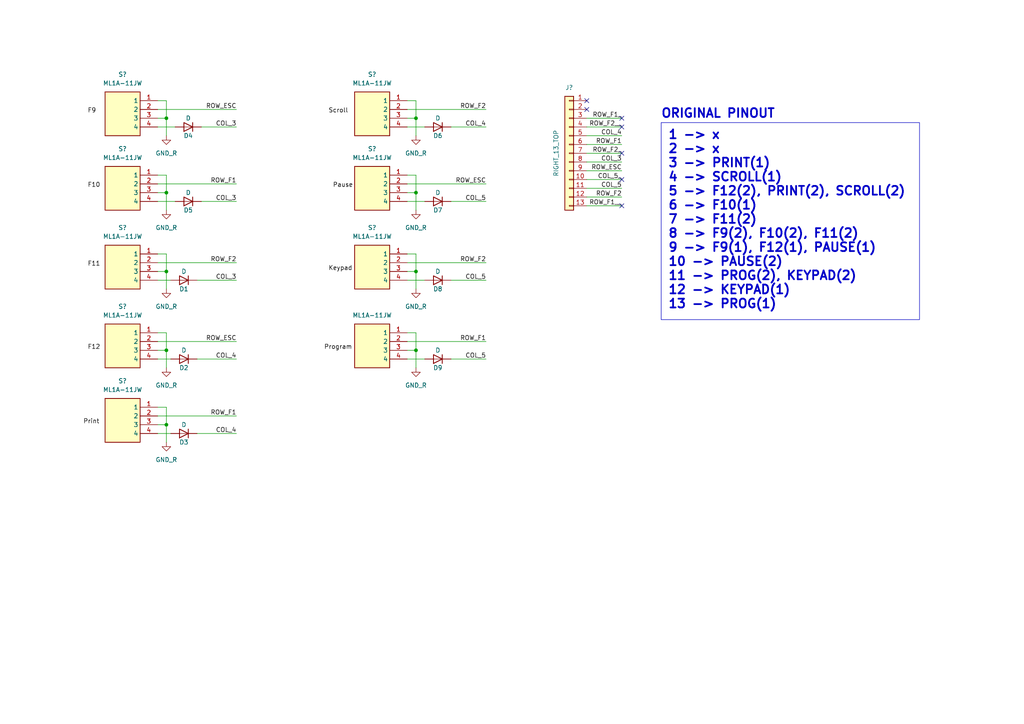
<source format=kicad_sch>
(kicad_sch (version 20230819) (generator eeschema)
  (paper "A4")
  (lib_symbols
    (symbol "Connector_Generic:Conn_01x13" (pin_names (offset 1.016) hide)
      (property "Reference" "J" (at 0 17.78 0))
      (property "Value" "Conn_01x13" (at 0 -17.78 0))
      (symbol "Conn_01x13_1_1"
        (rectangle (start -1.27 -15.113) (end 0 -15.367) (stroke (width 0.1524)))
        (rectangle (start -1.27 -12.573) (end 0 -12.827) (stroke (width 0.1524)))
        (rectangle (start -1.27 -10.033) (end 0 -10.287) (stroke (width 0.1524)))
        (rectangle (start -1.27 -7.493) (end 0 -7.747) (stroke (width 0.1524)))
        (rectangle (start -1.27 -4.953) (end 0 -5.207) (stroke (width 0.1524)))
        (rectangle (start -1.27 -2.413) (end 0 -2.667) (stroke (width 0.1524)))
        (rectangle (start -1.27 0.127) (end 0 -0.127) (stroke (width 0.1524)))
        (rectangle (start -1.27 2.667) (end 0 2.413) (stroke (width 0.1524)))
        (rectangle (start -1.27 5.207) (end 0 4.953) (stroke (width 0.1524)))
        (rectangle (start -1.27 7.747) (end 0 7.493) (stroke (width 0.1524)))
        (rectangle (start -1.27 10.287) (end 0 10.033) (stroke (width 0.1524)))
        (rectangle (start -1.27 12.827) (end 0 12.573) (stroke (width 0.1524)))
        (rectangle (start -1.27 15.367) (end 0 15.113) (stroke (width 0.1524)))
        (rectangle (start -1.27 16.51) (end 1.27 -16.51) (stroke (width 0.254)) (fill (type background)))
        (pin passive line (at -5.08 15.24 0) (length 3.81) (name "Pin_1") (number "1"))
        (pin passive line (at -5.08 -7.62 0) (length 3.81) (name "Pin_10") (number "10"))
        (pin passive line (at -5.08 -10.16 0) (length 3.81) (name "Pin_11") (number "11"))
        (pin passive line (at -5.08 -12.7 0) (length 3.81) (name "Pin_12") (number "12"))
        (pin passive line (at -5.08 -15.24 0) (length 3.81) (name "Pin_13") (number "13"))
        (pin passive line (at -5.08 12.7 0) (length 3.81) (name "Pin_2") (number "2"))
        (pin passive line (at -5.08 10.16 0) (length 3.81) (name "Pin_3") (number "3"))
        (pin passive line (at -5.08 7.62 0) (length 3.81) (name "Pin_4") (number "4"))
        (pin passive line (at -5.08 5.08 0) (length 3.81) (name "Pin_5") (number "5"))
        (pin passive line (at -5.08 2.54 0) (length 3.81) (name "Pin_6") (number "6"))
        (pin passive line (at -5.08 0 0) (length 3.81) (name "Pin_7") (number "7"))
        (pin passive line (at -5.08 -2.54 0) (length 3.81) (name "Pin_8") (number "8"))
        (pin passive line (at -5.08 -5.08 0) (length 3.81) (name "Pin_9") (number "9"))
      )
    )
    (symbol "Device:D" (pin_numbers hide) (pin_names (offset 1.016) hide)
      (property "Reference" "D" (at 0 2.54 0))
      (property "Value" "D" (at 0 -2.54 0))
      (symbol "D_0_1"
        (polyline (pts (xy -1.27 1.27) (xy -1.27 -1.27)) (stroke (width 0.254)))
        (polyline (pts (xy 1.27 0) (xy -1.27 0)))
        (polyline (pts (xy 1.27 1.27) (xy 1.27 -1.27) (xy -1.27 0) (xy 1.27 1.27)) (stroke (width 0.254)))
      )
      (symbol "D_1_1"
        (pin passive line (at -3.81 0 0) (length 2.54) (name "K") (number "1"))
        (pin passive line (at 3.81 0 180) (length 2.54) (name "A") (number "2"))
      )
    )
    (symbol "dodo-buttons:ML1A-11JW"
      (property "Reference" "S" (at 0 -7.62 0))
      (property "Value" "ML1A-11JW" (at -5.08 8.89 0))
      (symbol "ML1A-11JW_1_1"
        (rectangle (start -5.08 6.35) (end 5.08 -6.35) (stroke (width 0.254)) (fill (type background)))
        (pin passive line (at 10.16 3.81 180) (length 5.08) (name "1") (number "1"))
        (pin passive line (at 10.16 1.27 180) (length 5.08) (name "2") (number "2"))
        (pin passive line (at 10.16 -1.27 180) (length 5.08) (name "3") (number "3"))
        (pin passive line (at 10.16 -3.81 180) (length 5.08) (name "4") (number "4"))
      )
    )
    (symbol "power:GND" (power) (pin_names (offset 0))
      (property "Value" "GND" (at 0 -3.81 0))
      (symbol "GND_0_1"
        (polyline (pts (xy 0 0) (xy 0 -1.27) (xy 1.27 -1.27) (xy 0 -2.54) (xy -1.27 -1.27) (xy 0 -1.27)))
      )
      (symbol "GND_1_1"
        (pin power_in line (at 0 0 270) (length 0) hide (name "GND") (number "1"))
      )
    )
  )
  (junction (at 120.65 55.88))
  (junction (at 48.26 123.19))
  (junction (at 48.26 34.29))
  (junction (at 120.65 78.74))
  (junction (at 48.26 55.88))
  (junction (at 120.65 101.6))
  (junction (at 48.26 101.6))
  (junction (at 120.65 34.29))
  (junction (at 48.26 78.74))
  (no_connect (at 180.34 44.45))
  (no_connect (at 180.34 36.83))
  (no_connect (at 180.34 59.69))
  (no_connect (at 170.18 31.75))
  (no_connect (at 170.18 29.21))
  (no_connect (at 180.34 34.29))
  (no_connect (at 180.34 52.07))
  (wire (pts (xy 120.65 34.29) (xy 120.65 39.37)))
  (wire (pts (xy 45.72 125.73) (xy 49.53 125.73)))
  (wire (pts (xy 45.72 36.83) (xy 50.8 36.83)))
  (wire (pts (xy 120.65 101.6) (xy 120.65 106.68)))
  (wire (pts (xy 120.65 55.88) (xy 120.65 60.96)))
  (wire (pts (xy 45.72 104.14) (xy 49.53 104.14)))
  (wire (pts (xy 118.11 73.66) (xy 120.65 73.66)))
  (wire (pts (xy 118.11 76.2) (xy 140.97 76.2)))
  (wire (pts (xy 58.42 58.42) (xy 68.58 58.42)))
  (wire (pts (xy 48.26 50.8) (xy 48.26 55.88)))
  (wire (pts (xy 48.26 29.21) (xy 48.26 34.29)))
  (wire (pts (xy 120.65 29.21) (xy 120.65 34.29)))
  (wire (pts (xy 118.11 29.21) (xy 120.65 29.21)))
  (wire (pts (xy 118.11 99.06) (xy 140.97 99.06)))
  (wire (pts (xy 118.11 36.83) (xy 123.19 36.83)))
  (wire (pts (xy 45.72 120.65) (xy 68.58 120.65)))
  (wire (pts (xy 57.15 81.28) (xy 68.58 81.28)))
  (wire (pts (xy 180.34 59.69) (xy 170.18 59.69)))
  (wire (pts (xy 120.65 50.8) (xy 120.65 55.88)))
  (wire (pts (xy 45.72 96.52) (xy 48.26 96.52)))
  (wire (pts (xy 45.72 34.29) (xy 48.26 34.29)))
  (wire (pts (xy 170.18 34.29) (xy 180.34 34.29)))
  (wire (pts (xy 48.26 55.88) (xy 48.26 60.96)))
  (wire (pts (xy 45.72 73.66) (xy 48.26 73.66)))
  (wire (pts (xy 48.26 123.19) (xy 48.26 128.27)))
  (wire (pts (xy 170.18 46.99) (xy 180.34 46.99)))
  (wire (pts (xy 45.72 99.06) (xy 68.58 99.06)))
  (wire (pts (xy 45.72 58.42) (xy 50.8 58.42)))
  (wire (pts (xy 118.11 96.52) (xy 120.65 96.52)))
  (wire (pts (xy 57.15 125.73) (xy 68.58 125.73)))
  (wire (pts (xy 118.11 81.28) (xy 123.19 81.28)))
  (wire (pts (xy 130.81 81.28) (xy 140.97 81.28)))
  (wire (pts (xy 48.26 34.29) (xy 48.26 39.37)))
  (wire (pts (xy 118.11 55.88) (xy 120.65 55.88)))
  (wire (pts (xy 170.18 41.91) (xy 180.34 41.91)))
  (wire (pts (xy 118.11 104.14) (xy 123.19 104.14)))
  (wire (pts (xy 170.18 52.07) (xy 180.34 52.07)))
  (wire (pts (xy 48.26 78.74) (xy 48.26 83.82)))
  (wire (pts (xy 130.81 58.42) (xy 140.97 58.42)))
  (wire (pts (xy 120.65 78.74) (xy 120.65 83.82)))
  (wire (pts (xy 48.26 73.66) (xy 48.26 78.74)))
  (wire (pts (xy 170.18 44.45) (xy 180.34 44.45)))
  (wire (pts (xy 118.11 53.34) (xy 140.97 53.34)))
  (wire (pts (xy 48.26 96.52) (xy 48.26 101.6)))
  (wire (pts (xy 45.72 31.75) (xy 68.58 31.75)))
  (wire (pts (xy 120.65 96.52) (xy 120.65 101.6)))
  (wire (pts (xy 120.65 73.66) (xy 120.65 78.74)))
  (wire (pts (xy 170.18 54.61) (xy 180.34 54.61)))
  (wire (pts (xy 170.18 36.83) (xy 180.34 36.83)))
  (wire (pts (xy 130.81 36.83) (xy 140.97 36.83)))
  (wire (pts (xy 58.42 36.83) (xy 68.58 36.83)))
  (wire (pts (xy 45.72 123.19) (xy 48.26 123.19)))
  (wire (pts (xy 45.72 50.8) (xy 48.26 50.8)))
  (wire (pts (xy 118.11 78.74) (xy 120.65 78.74)))
  (wire (pts (xy 180.34 39.37) (xy 170.18 39.37)))
  (wire (pts (xy 118.11 34.29) (xy 120.65 34.29)))
  (wire (pts (xy 45.72 81.28) (xy 49.53 81.28)))
  (wire (pts (xy 118.11 31.75) (xy 140.97 31.75)))
  (wire (pts (xy 170.18 49.53) (xy 180.34 49.53)))
  (wire (pts (xy 48.26 101.6) (xy 48.26 106.68)))
  (wire (pts (xy 118.11 50.8) (xy 120.65 50.8)))
  (wire (pts (xy 130.81 104.14) (xy 140.97 104.14)))
  (wire (pts (xy 180.34 57.15) (xy 170.18 57.15)))
  (wire (pts (xy 45.72 76.2) (xy 68.58 76.2)))
  (wire (pts (xy 118.11 101.6) (xy 120.65 101.6)))
  (wire (pts (xy 45.72 78.74) (xy 48.26 78.74)))
  (wire (pts (xy 45.72 55.88) (xy 48.26 55.88)))
  (wire (pts (xy 45.72 29.21) (xy 48.26 29.21)))
  (wire (pts (xy 48.26 118.11) (xy 48.26 123.19)))
  (wire (pts (xy 45.72 118.11) (xy 48.26 118.11)))
  (wire (pts (xy 45.72 101.6) (xy 48.26 101.6)))
  (wire (pts (xy 57.15 104.14) (xy 68.58 104.14)))
  (wire (pts (xy 45.72 53.34) (xy 68.58 53.34)))
  (wire (pts (xy 118.11 58.42) (xy 123.19 58.42)))
  (text_box "1 -> x\n2 -> x\n3 -> PRINT(1)\n4 -> SCROLL(1)\n5 -> F12(2), PRINT(2), SCROLL(2)\n6 -> F10(1)\n7 -> F11(2)\n8 -> F9(2), F10(2), F11(2)\n9 -> F9(1), F12(1), PAUSE(1)\n10 -> PAUSE(2)\n11 -> PROG(2), KEYPAD(2)\n12 -> KEYPAD(1)\n13 -> PROG(1)" (at 191.77 35.56 0) (size 74.93 57.15) (effects (font (size 2.54 2.54) (thickness 0.508) bold) (justify left top)))
  (text "ORIGINAL PINOUT" (at 208.28 33.02 0) (effects (font (size 2.54 2.54) (thickness 0.508) bold)))
  (label "ROW_F1" (at 180.34 41.91 180))
  (label "ROW_ESC" (at 68.58 31.75 180))
  (label "ROW_F2" (at 180.34 57.15 180))
  (label "COL_5" (at 140.97 58.42 180))
  (label "ROW_F1" (at 140.97 99.06 180))
  (label "ROW_ESC" (at 68.58 99.06 180))
  (label "COL_5" (at 140.97 104.14 180))
  (label "F11" (at 25.4 77.47 0))
  (label "ROW_ESC" (at 140.97 53.34 180))
  (label "COL_4" (at 140.97 36.83 180))
  (label "Scroll" (at 95.25 33.02 0))
  (label "Keypad" (at 95.25 78.74 0))
  (label "COL_5_" (at 180.34 52.07 180))
  (label "COL_4" (at 68.58 104.14 180))
  (label "Print" (at 24.13 123.19 0))
  (label "COL_3" (at 68.58 58.42 180))
  (label "F9" (at 25.4 33.02 0))
  (label "ROW_ESC" (at 180.34 49.53 180))
  (label "F10" (at 25.4 54.61 0))
  (label "COL_3" (at 180.34 46.99 180))
  (label "ROW_F1__" (at 180.34 59.69 180))
  (label "ROW_F2_" (at 180.34 44.45 180))
  (label "ROW_F1_" (at 180.34 34.29 180))
  (label "ROW_F1" (at 68.58 120.65 180))
  (label "F12" (at 25.4 101.6 0))
  (label "Program" (at 93.98 101.6 0))
  (label "COL_5" (at 140.97 81.28 180))
  (label "COL_5" (at 180.34 54.61 180))
  (label "Pause" (at 96.52 54.61 0))
  (label "ROW_F2" (at 140.97 76.2 180))
  (label "COL_4" (at 68.58 125.73 180))
  (label "ROW_F2__" (at 180.34 36.83 180))
  (label "COL_3" (at 68.58 36.83 180))
  (label "ROW_F1" (at 68.58 53.34 180))
  (label "COL_4" (at 180.34 39.37 180))
  (label "ROW_F2" (at 140.97 31.75 180))
  (label "ROW_F2" (at 68.58 76.2 180))
  (label "COL_3" (at 68.58 81.28 180))
  (symbol (lib_id "power:GND") (at 120.65 106.68 0) (unit 1)
    (property "Reference" "#PWR01" (effects hide))
    (property "Value" "GND_R" (at 120.65 111.76 0))
    (property "Description" "Power symbol creates a global label with name \"GND\" , ground" (effects hide))
    (instances (project "kinesis_fkeys" (path "" (reference "#PWR01") (unit 1)) (path "" (reference "#PWR?") (unit 1))))
  )
  (symbol (lib_id "power:GND") (at 120.65 83.82 0) (unit 1)
    (property "Reference" "#PWR02" (effects hide))
    (property "Value" "GND_R" (at 120.65 88.9 0))
    (property "Description" "Power symbol creates a global label with name \"GND\" , ground" (effects hide))
    (instances (project "kinesis_fkeys" (path "" (reference "#PWR02") (unit 1)) (path "" (reference "#PWR?") (unit 1))))
  )
  (symbol (lib_id "dodo-buttons:ML1A-11JW") (at 35.56 54.61 0) (unit 1)
    (property "Reference" "S?" (at 35.56 43.18 0))
    (property "Value" "ML1A-11JW" (at 35.56 45.72 0))
    (property "Footprint" "dodo_button_and_switch:ML1A11JW" (effects hide))
    (property "Datasheet" "http://switches-sensors.zf.com/wp-content/blogs.dir/7/2012/07/Keymodule_ML_EN.pdf" (effects hide))
    (property "Description" "Pushbutton Switches Ultra-Low Profile Mech. Keyswitch, Linear Feel Fixation Pins for PCB Mounting Jumper (for double sided PCB applications)" (effects hide))
    (property "Height" "6.9" (effects hide))
    (property "Mouser Part Number" "540-ML1A-11JW" (effects hide))
    (property "Mouser Price/Stock" "https://www.mouser.co.uk/ProductDetail/CHERRY/ML1A-11JW?qs=AQlKX63v8RtEVEgKx51JBA%3D%3D" (effects hide))
    (property "Manufacturer_Name" "Cherry" (effects hide))
    (property "Manufacturer_Part_Number" "ML1A-11JW" (effects hide))
    (instances (project "kinesis_fkeys" (path "" (reference "S?") (unit 1)) (path "" (reference "S?") (unit 1)) (path "" (reference "S2") (unit 1))))
  )
  (symbol (lib_id "dodo-buttons:ML1A-11JW") (at 107.95 77.47 0) (unit 1)
    (property "Reference" "S?" (at 107.95 66.04 0))
    (property "Value" "ML1A-11JW" (at 107.95 68.58 0))
    (property "Footprint" "dodo_button_and_switch:ML1A11JW" (effects hide))
    (property "Datasheet" "http://switches-sensors.zf.com/wp-content/blogs.dir/7/2012/07/Keymodule_ML_EN.pdf" (effects hide))
    (property "Description" "Pushbutton Switches Ultra-Low Profile Mech. Keyswitch, Linear Feel Fixation Pins for PCB Mounting Jumper (for double sided PCB applications)" (effects hide))
    (property "Height" "6.9" (effects hide))
    (property "Mouser Part Number" "540-ML1A-11JW" (effects hide))
    (property "Mouser Price/Stock" "https://www.mouser.co.uk/ProductDetail/CHERRY/ML1A-11JW?qs=AQlKX63v8RtEVEgKx51JBA%3D%3D" (effects hide))
    (property "Manufacturer_Name" "Cherry" (effects hide))
    (property "Manufacturer_Part_Number" "ML1A-11JW" (effects hide))
    (instances (project "kinesis_fkeys" (path "" (reference "S?") (unit 1)) (path "" (reference "S?") (unit 1)) (path "" (reference "S8") (unit 1))))
  )
  (symbol (lib_id "power:GND") (at 48.26 39.37 0) (unit 1)
    (property "Reference" "#PWR05" (effects hide))
    (property "Value" "GND_R" (at 48.26 44.45 0))
    (property "Description" "Power symbol creates a global label with name \"GND\" , ground" (effects hide))
    (instances (project "kinesis_fkeys" (path "" (reference "#PWR05") (unit 1)) (path "" (reference "#PWR?") (unit 1))))
  )
  (symbol (lib_id "Device:D") (at 53.34 81.28 180) (unit 1)
    (property "Reference" "D1" (at 53.34 83.82 0))
    (property "Value" "D" (at 53.34 78.74 0))
    (property "Footprint" "Diode_SMD:D_MiniMELF_Handsoldering" (effects hide))
    (property "Description" "Diode" (effects hide))
    (instances (project "kinesis_fkeys" (path "" (reference "D1") (unit 1)) (path "" (reference "D?") (unit 1))))
  )
  (symbol (lib_id "dodo-buttons:ML1A-11JW") (at 35.56 100.33 0) (unit 1)
    (property "Reference" "S?" (at 35.56 88.9 0))
    (property "Value" "ML1A-11JW" (at 35.56 91.44 0))
    (property "Footprint" "dodo_button_and_switch:ML1A11JW" (effects hide))
    (property "Datasheet" "http://switches-sensors.zf.com/wp-content/blogs.dir/7/2012/07/Keymodule_ML_EN.pdf" (effects hide))
    (property "Description" "Pushbutton Switches Ultra-Low Profile Mech. Keyswitch, Linear Feel Fixation Pins for PCB Mounting Jumper (for double sided PCB applications)" (effects hide))
    (property "Height" "6.9" (effects hide))
    (property "Mouser Part Number" "540-ML1A-11JW" (effects hide))
    (property "Mouser Price/Stock" "https://www.mouser.co.uk/ProductDetail/CHERRY/ML1A-11JW?qs=AQlKX63v8RtEVEgKx51JBA%3D%3D" (effects hide))
    (property "Manufacturer_Name" "Cherry" (effects hide))
    (property "Manufacturer_Part_Number" "ML1A-11JW" (effects hide))
    (instances (project "kinesis_fkeys" (path "" (reference "S?") (unit 1)) (path "" (reference "S?") (unit 1)) (path "" (reference "S4") (unit 1))))
  )
  (symbol (lib_id "dodo-buttons:ML1A-11JW") (at 107.95 100.33 0) (unit 1)
    (property "Reference" "S?" (effects hide))
    (property "Value" "ML1A-11JW" (at 107.95 91.44 0))
    (property "Footprint" "dodo_button_and_switch:ML1A11JW" (effects hide))
    (property "Datasheet" "http://switches-sensors.zf.com/wp-content/blogs.dir/7/2012/07/Keymodule_ML_EN.pdf" (effects hide))
    (property "Description" "Pushbutton Switches Ultra-Low Profile Mech. Keyswitch, Linear Feel Fixation Pins for PCB Mounting Jumper (for double sided PCB applications)" (effects hide))
    (property "Height" "6.9" (effects hide))
    (property "Mouser Part Number" "540-ML1A-11JW" (effects hide))
    (property "Mouser Price/Stock" "https://www.mouser.co.uk/ProductDetail/CHERRY/ML1A-11JW?qs=AQlKX63v8RtEVEgKx51JBA%3D%3D" (effects hide))
    (property "Manufacturer_Name" "Cherry" (effects hide))
    (property "Manufacturer_Part_Number" "ML1A-11JW" (effects hide))
    (instances (project "kinesis_fkeys" (path "" (reference "S?") (unit 1)) (path "" (reference "S?") (unit 1)) (path "" (reference "S9") (unit 1))))
  )
  (symbol (lib_id "dodo-buttons:ML1A-11JW") (at 35.56 77.47 0) (unit 1)
    (property "Reference" "S?" (at 35.56 66.04 0))
    (property "Value" "ML1A-11JW" (at 35.56 68.58 0))
    (property "Footprint" "dodo_button_and_switch:ML1A11JW" (effects hide))
    (property "Datasheet" "http://switches-sensors.zf.com/wp-content/blogs.dir/7/2012/07/Keymodule_ML_EN.pdf" (effects hide))
    (property "Description" "Pushbutton Switches Ultra-Low Profile Mech. Keyswitch, Linear Feel Fixation Pins for PCB Mounting Jumper (for double sided PCB applications)" (effects hide))
    (property "Height" "6.9" (effects hide))
    (property "Mouser Part Number" "540-ML1A-11JW" (effects hide))
    (property "Mouser Price/Stock" "https://www.mouser.co.uk/ProductDetail/CHERRY/ML1A-11JW?qs=AQlKX63v8RtEVEgKx51JBA%3D%3D" (effects hide))
    (property "Manufacturer_Name" "Cherry" (effects hide))
    (property "Manufacturer_Part_Number" "ML1A-11JW" (effects hide))
    (instances (project "kinesis_fkeys" (path "" (reference "S?") (unit 1)) (path "" (reference "S?") (unit 1)) (path "" (reference "S3") (unit 1))))
  )
  (symbol (lib_id "dodo-buttons:ML1A-11JW") (at 107.95 54.61 0) (unit 1)
    (property "Reference" "S?" (at 107.95 43.18 0))
    (property "Value" "ML1A-11JW" (at 107.95 45.72 0))
    (property "Footprint" "dodo_button_and_switch:ML1A11JW" (effects hide))
    (property "Datasheet" "http://switches-sensors.zf.com/wp-content/blogs.dir/7/2012/07/Keymodule_ML_EN.pdf" (effects hide))
    (property "Description" "Pushbutton Switches Ultra-Low Profile Mech. Keyswitch, Linear Feel Fixation Pins for PCB Mounting Jumper (for double sided PCB applications)" (effects hide))
    (property "Height" "6.9" (effects hide))
    (property "Mouser Part Number" "540-ML1A-11JW" (effects hide))
    (property "Mouser Price/Stock" "https://www.mouser.co.uk/ProductDetail/CHERRY/ML1A-11JW?qs=AQlKX63v8RtEVEgKx51JBA%3D%3D" (effects hide))
    (property "Manufacturer_Name" "Cherry" (effects hide))
    (property "Manufacturer_Part_Number" "ML1A-11JW" (effects hide))
    (instances (project "kinesis_fkeys" (path "" (reference "S?") (unit 1)) (path "" (reference "S?") (unit 1)) (path "" (reference "S7") (unit 1))))
  )
  (symbol (lib_id "Device:D") (at 54.61 36.83 180) (unit 1)
    (property "Reference" "D4" (at 54.61 39.37 0))
    (property "Value" "D" (at 54.61 34.29 0))
    (property "Footprint" "Diode_SMD:D_MiniMELF_Handsoldering" (effects hide))
    (property "Description" "Diode" (effects hide))
    (instances (project "kinesis_fkeys" (path "" (reference "D4") (unit 1)) (path "" (reference "D?") (unit 1))))
  )
  (symbol (lib_id "dodo-buttons:ML1A-11JW") (at 35.56 33.02 0) (unit 1)
    (property "Reference" "S?" (at 35.56 21.59 0))
    (property "Value" "ML1A-11JW" (at 35.56 24.13 0))
    (property "Footprint" "dodo_button_and_switch:ML1A11JW" (effects hide))
    (property "Datasheet" "http://switches-sensors.zf.com/wp-content/blogs.dir/7/2012/07/Keymodule_ML_EN.pdf" (effects hide))
    (property "Description" "Pushbutton Switches Ultra-Low Profile Mech. Keyswitch, Linear Feel Fixation Pins for PCB Mounting Jumper (for double sided PCB applications)" (effects hide))
    (property "Height" "6.9" (effects hide))
    (property "Mouser Part Number" "540-ML1A-11JW" (effects hide))
    (property "Mouser Price/Stock" "https://www.mouser.co.uk/ProductDetail/CHERRY/ML1A-11JW?qs=AQlKX63v8RtEVEgKx51JBA%3D%3D" (effects hide))
    (property "Manufacturer_Name" "Cherry" (effects hide))
    (property "Manufacturer_Part_Number" "ML1A-11JW" (effects hide))
    (instances (project "kinesis_fkeys" (path "" (reference "S?") (unit 1)) (path "" (reference "S?") (unit 1)) (path "" (reference "S1") (unit 1))))
  )
  (symbol (lib_id "Device:D") (at 54.61 58.42 180) (unit 1)
    (property "Reference" "D5" (at 54.61 60.96 0))
    (property "Value" "D" (at 54.61 55.88 0))
    (property "Footprint" "Diode_SMD:D_MiniMELF_Handsoldering" (effects hide))
    (property "Description" "Diode" (effects hide))
    (instances (project "kinesis_fkeys" (path "" (reference "D5") (unit 1)) (path "" (reference "D?") (unit 1))))
  )
  (symbol (lib_id "power:GND") (at 48.26 83.82 0) (unit 1)
    (property "Reference" "#PWR07" (effects hide))
    (property "Value" "GND_R" (at 48.26 88.9 0))
    (property "Description" "Power symbol creates a global label with name \"GND\" , ground" (effects hide))
    (instances (project "kinesis_fkeys" (path "" (reference "#PWR07") (unit 1)) (path "" (reference "#PWR?") (unit 1))))
  )
  (symbol (lib_id "dodo-buttons:ML1A-11JW") (at 107.95 33.02 0) (unit 1)
    (property "Reference" "S?" (at 107.95 21.59 0))
    (property "Value" "ML1A-11JW" (at 107.95 24.13 0))
    (property "Footprint" "dodo_button_and_switch:ML1A11JW" (effects hide))
    (property "Datasheet" "http://switches-sensors.zf.com/wp-content/blogs.dir/7/2012/07/Keymodule_ML_EN.pdf" (effects hide))
    (property "Description" "Pushbutton Switches Ultra-Low Profile Mech. Keyswitch, Linear Feel Fixation Pins for PCB Mounting Jumper (for double sided PCB applications)" (effects hide))
    (property "Height" "6.9" (effects hide))
    (property "Mouser Part Number" "540-ML1A-11JW" (effects hide))
    (property "Mouser Price/Stock" "https://www.mouser.co.uk/ProductDetail/CHERRY/ML1A-11JW?qs=AQlKX63v8RtEVEgKx51JBA%3D%3D" (effects hide))
    (property "Manufacturer_Name" "Cherry" (effects hide))
    (property "Manufacturer_Part_Number" "ML1A-11JW" (effects hide))
    (instances (project "kinesis_fkeys" (path "" (reference "S?") (unit 1)) (path "" (reference "S?") (unit 1)) (path "" (reference "S6") (unit 1))))
  )
  (symbol (lib_id "Device:D") (at 127 81.28 180) (unit 1)
    (property "Reference" "D8" (at 127 83.82 0))
    (property "Value" "D" (at 127 78.74 0))
    (property "Footprint" "Diode_SMD:D_MiniMELF_Handsoldering" (effects hide))
    (property "Description" "Diode" (effects hide))
    (instances (project "kinesis_fkeys" (path "" (reference "D8") (unit 1)) (path "" (reference "D?") (unit 1))))
  )
  (symbol (lib_id "Device:D") (at 53.34 104.14 180) (unit 1)
    (property "Reference" "D2" (at 53.34 106.68 0))
    (property "Value" "D" (at 53.34 101.6 0))
    (property "Footprint" "Diode_SMD:D_MiniMELF_Handsoldering" (effects hide))
    (property "Description" "Diode" (effects hide))
    (instances (project "kinesis_fkeys" (path "" (reference "D2") (unit 1)) (path "" (reference "D?") (unit 1))))
  )
  (symbol (lib_id "power:GND") (at 120.65 60.96 0) (unit 1)
    (property "Reference" "#PWR03" (effects hide))
    (property "Value" "GND_R" (at 120.65 66.04 0))
    (property "Description" "Power symbol creates a global label with name \"GND\" , ground" (effects hide))
    (instances (project "kinesis_fkeys" (path "" (reference "#PWR03") (unit 1)) (path "" (reference "#PWR?") (unit 1))))
  )
  (symbol (lib_id "power:GND") (at 120.65 39.37 0) (unit 1)
    (property "Reference" "#PWR04" (effects hide))
    (property "Value" "GND_R" (at 120.65 44.45 0))
    (property "Description" "Power symbol creates a global label with name \"GND\" , ground" (effects hide))
    (instances (project "kinesis_fkeys" (path "" (reference "#PWR04") (unit 1)) (path "" (reference "#PWR?") (unit 1))))
  )
  (symbol (lib_id "dodo-buttons:ML1A-11JW") (at 35.56 121.92 0) (unit 1)
    (property "Reference" "S?" (at 35.56 110.49 0))
    (property "Value" "ML1A-11JW" (at 35.56 113.03 0))
    (property "Footprint" "dodo_button_and_switch:ML1A11JW" (effects hide))
    (property "Datasheet" "http://switches-sensors.zf.com/wp-content/blogs.dir/7/2012/07/Keymodule_ML_EN.pdf" (effects hide))
    (property "Description" "Pushbutton Switches Ultra-Low Profile Mech. Keyswitch, Linear Feel Fixation Pins for PCB Mounting Jumper (for double sided PCB applications)" (effects hide))
    (property "Height" "6.9" (effects hide))
    (property "Mouser Part Number" "540-ML1A-11JW" (effects hide))
    (property "Mouser Price/Stock" "https://www.mouser.co.uk/ProductDetail/CHERRY/ML1A-11JW?qs=AQlKX63v8RtEVEgKx51JBA%3D%3D" (effects hide))
    (property "Manufacturer_Name" "Cherry" (effects hide))
    (property "Manufacturer_Part_Number" "ML1A-11JW" (effects hide))
    (instances (project "kinesis_fkeys" (path "" (reference "S?") (unit 1)) (path "" (reference "S?") (unit 1)) (path "" (reference "S5") (unit 1))))
  )
  (symbol (lib_id "power:GND") (at 48.26 106.68 0) (unit 1)
    (property "Reference" "#PWR08" (effects hide))
    (property "Value" "GND_R" (at 48.26 111.76 0))
    (property "Description" "Power symbol creates a global label with name \"GND\" , ground" (effects hide))
    (instances (project "kinesis_fkeys" (path "" (reference "#PWR08") (unit 1)) (path "" (reference "#PWR?") (unit 1))))
  )
  (symbol (lib_id "Connector_Generic:Conn_01x13") (at 165.1 44.45 0) (mirror y) (unit 1)
    (property "Reference" "J?" (at 165.1 25.4 0))
    (property "Value" "RIGHT_13_TOP" (at 161.29 44.45 90))
    (property "Footprint" "dodo_conn:Molex-39-53-2134" (effects hide))
    (property "digikeypn" "WM14526-ND" (effects hide))
    (property "MPN" "39-53-2135" (effects hide))
    (property "mouserpn" "538-39-53-2135" (effects hide))
    (instances (project "kinesis_fkeys" (path "" (reference "J?") (unit 1)) (path "" (reference "J1") (unit 1)) (path "" (reference "J?") (unit 1))) (project "kinesis_board" (path "" (reference "J?") (unit 1))) (project "kint" (path "" (reference "J?") (unit 1))))
  )
  (symbol (lib_id "Device:D") (at 127 36.83 180) (unit 1)
    (property "Reference" "D6" (at 127 39.37 0))
    (property "Value" "D" (at 127 34.29 0))
    (property "Footprint" "Diode_SMD:D_MiniMELF_Handsoldering" (effects hide))
    (property "Description" "Diode" (effects hide))
    (instances (project "kinesis_fkeys" (path "" (reference "D6") (unit 1)) (path "" (reference "D?") (unit 1))))
  )
  (symbol (lib_id "power:GND") (at 48.26 128.27 0) (unit 1)
    (property "Reference" "#PWR09" (effects hide))
    (property "Value" "GND_R" (at 48.26 133.35 0))
    (property "Description" "Power symbol creates a global label with name \"GND\" , ground" (effects hide))
    (instances (project "kinesis_fkeys" (path "" (reference "#PWR09") (unit 1)) (path "" (reference "#PWR?") (unit 1))))
  )
  (symbol (lib_id "Device:D") (at 53.34 125.73 180) (unit 1)
    (property "Reference" "D3" (at 53.34 128.27 0))
    (property "Value" "D" (at 53.34 123.19 0))
    (property "Footprint" "Diode_SMD:D_MiniMELF_Handsoldering" (effects hide))
    (property "Description" "Diode" (effects hide))
    (instances (project "kinesis_fkeys" (path "" (reference "D3") (unit 1)) (path "" (reference "D?") (unit 1))))
  )
  (symbol (lib_id "power:GND") (at 48.26 60.96 0) (unit 1)
    (property "Reference" "#PWR06" (effects hide))
    (property "Value" "GND_R" (at 48.26 66.04 0))
    (property "Description" "Power symbol creates a global label with name \"GND\" , ground" (effects hide))
    (instances (project "kinesis_fkeys" (path "" (reference "#PWR06") (unit 1)) (path "" (reference "#PWR?") (unit 1))))
  )
  (symbol (lib_id "Device:D") (at 127 104.14 180) (unit 1)
    (property "Reference" "D9" (at 127 106.68 0))
    (property "Value" "D" (at 127 101.6 0))
    (property "Footprint" "Diode_SMD:D_MiniMELF_Handsoldering" (effects hide))
    (property "Description" "Diode" (effects hide))
    (instances (project "kinesis_fkeys" (path "" (reference "D9") (unit 1)) (path "" (reference "D?") (unit 1))))
  )
  (symbol (lib_id "Device:D") (at 127 58.42 180) (unit 1)
    (property "Reference" "D7" (at 127 60.96 0))
    (property "Value" "D" (at 127 55.88 0))
    (property "Footprint" "Diode_SMD:D_MiniMELF_Handsoldering" (effects hide))
    (property "Description" "Diode" (effects hide))
    (instances (project "kinesis_fkeys" (path "" (reference "D7") (unit 1)) (path "" (reference "D?") (unit 1))))
  )
)
</source>
